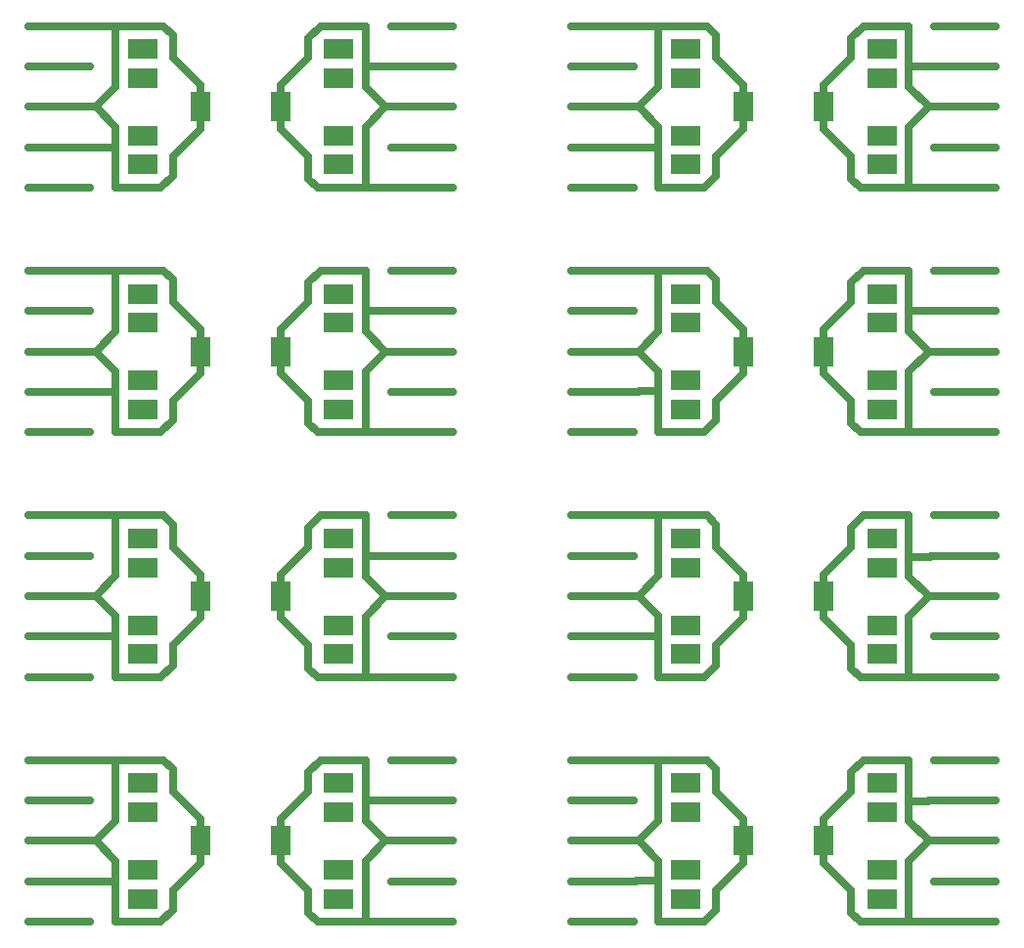
<source format=gbl>
G04 #@! TF.GenerationSoftware,KiCad,Pcbnew,(5.1.0)-1*
G04 #@! TF.CreationDate,2019-07-11T22:38:23-04:00*
G04 #@! TF.ProjectId,input_only,696e7075-745f-46f6-9e6c-792e6b696361,0.1*
G04 #@! TF.SameCoordinates,Original*
G04 #@! TF.FileFunction,Copper,L2,Bot*
G04 #@! TF.FilePolarity,Positive*
%FSLAX46Y46*%
G04 Gerber Fmt 4.6, Leading zero omitted, Abs format (unit mm)*
G04 Created by KiCad (PCBNEW (5.1.0)-1) date 2019-07-11 22:38:23*
%MOMM*%
%LPD*%
G04 APERTURE LIST*
%ADD10R,2.500000X1.800000*%
%ADD11R,1.800000X2.500000*%
%ADD12C,0.609600*%
%ADD13C,0.635000*%
G04 APERTURE END LIST*
D10*
X93050000Y-135004000D03*
X93050000Y-125004000D03*
D11*
X98050000Y-130004000D03*
D10*
X93050000Y-132504000D03*
X93050000Y-127504000D03*
X93050000Y-106304000D03*
X93050000Y-111304000D03*
D11*
X98050000Y-108804000D03*
D10*
X93050000Y-103804000D03*
X93050000Y-113804000D03*
X110050000Y-103804000D03*
X110050000Y-113804000D03*
D11*
X105050000Y-108804000D03*
D10*
X110050000Y-106304000D03*
X110050000Y-111304000D03*
X110050000Y-132504000D03*
X110050000Y-127504000D03*
D11*
X105050000Y-130004000D03*
D10*
X110050000Y-135004000D03*
X110050000Y-125004000D03*
X157050000Y-111304000D03*
X157050000Y-106304000D03*
D11*
X152050000Y-108804000D03*
D10*
X157050000Y-113804000D03*
X157050000Y-103804000D03*
X140050000Y-113804000D03*
X140050000Y-103804000D03*
D11*
X145050000Y-108804000D03*
D10*
X140050000Y-111304000D03*
X140050000Y-106304000D03*
X140050000Y-127504000D03*
X140050000Y-132504000D03*
D11*
X145050000Y-130004000D03*
D10*
X140050000Y-125004000D03*
X140050000Y-135004000D03*
X157050000Y-125004000D03*
X157050000Y-135004000D03*
D11*
X152050000Y-130004000D03*
D10*
X157050000Y-127504000D03*
X157050000Y-132504000D03*
X140050000Y-63904000D03*
X140050000Y-68904000D03*
D11*
X145050000Y-66404000D03*
D10*
X140050000Y-61404000D03*
X140050000Y-71404000D03*
X157050000Y-61404000D03*
X157050000Y-71404000D03*
D11*
X152050000Y-66404000D03*
D10*
X157050000Y-63904000D03*
X157050000Y-68904000D03*
X157050000Y-90104000D03*
X157050000Y-85104000D03*
D11*
X152050000Y-87604000D03*
D10*
X157050000Y-92604000D03*
X157050000Y-82604000D03*
X140050000Y-92604000D03*
X140050000Y-82604000D03*
D11*
X145050000Y-87604000D03*
D10*
X140050000Y-90104000D03*
X140050000Y-85104000D03*
X110050000Y-68904000D03*
X110050000Y-63904000D03*
D11*
X105050000Y-66404000D03*
D10*
X110050000Y-71404000D03*
X110050000Y-61404000D03*
X93050000Y-71404000D03*
X93050000Y-61404000D03*
D11*
X98050000Y-66404000D03*
D10*
X93050000Y-68904000D03*
X93050000Y-63904000D03*
X93050000Y-85104000D03*
X93050000Y-90104000D03*
D11*
X98050000Y-87604000D03*
D10*
X93050000Y-82604000D03*
X93050000Y-92604000D03*
X110050000Y-82604000D03*
X110050000Y-92604000D03*
D11*
X105050000Y-87604000D03*
D10*
X110050000Y-85104000D03*
X110050000Y-90104000D03*
D12*
X114550000Y-80604000D03*
X114550000Y-91104000D03*
X88550000Y-87604000D03*
X114550000Y-94604000D03*
X88550000Y-94604000D03*
X88550000Y-84104000D03*
X114550000Y-84104000D03*
X88550000Y-80604000D03*
X114550000Y-87604000D03*
X88550000Y-91104000D03*
X88550000Y-59404000D03*
X88550000Y-69904000D03*
X88550000Y-73404000D03*
X88550000Y-66404000D03*
X88550000Y-62904000D03*
X114550000Y-73404000D03*
X114550000Y-66404000D03*
X114550000Y-69904000D03*
X114550000Y-62904000D03*
X114550000Y-59404000D03*
X135550000Y-91104000D03*
X161550000Y-84104000D03*
X161550000Y-80604000D03*
X161550000Y-91104000D03*
X161550000Y-94604000D03*
X135550000Y-94604000D03*
X161550000Y-87604000D03*
X135550000Y-87604000D03*
X135550000Y-84104000D03*
X135550000Y-80604000D03*
X135550000Y-66404000D03*
X161550000Y-62904000D03*
X161550000Y-59404000D03*
X135550000Y-73404000D03*
X161550000Y-69904000D03*
X161550000Y-66404000D03*
X135550000Y-62904000D03*
X161550000Y-73404000D03*
X135550000Y-69904000D03*
X135550000Y-59404000D03*
X161550000Y-123004000D03*
X135550000Y-133504000D03*
X161550000Y-137004000D03*
X161550000Y-130004000D03*
X161550000Y-126504000D03*
X161550000Y-133504000D03*
X135550000Y-137004000D03*
X135550000Y-130004000D03*
X135550000Y-126504000D03*
X135550000Y-123004000D03*
X135550000Y-108804000D03*
X135550000Y-115804000D03*
X135550000Y-101804000D03*
X161550000Y-101804000D03*
X161550000Y-112304000D03*
X135550000Y-105304000D03*
X161550000Y-105304000D03*
X161550000Y-108804000D03*
X161550000Y-115804000D03*
X135550000Y-112304000D03*
X88550000Y-130004000D03*
X88550000Y-108804000D03*
X114550000Y-115804000D03*
X114550000Y-123004000D03*
X88550000Y-133504000D03*
X114550000Y-126504000D03*
X88550000Y-112304000D03*
X88550000Y-101804000D03*
X114550000Y-137004000D03*
X88550000Y-126504000D03*
X114550000Y-133504000D03*
X114550000Y-130004000D03*
X88550000Y-137004000D03*
X88550000Y-105304000D03*
X88550000Y-115804000D03*
X114550000Y-112304000D03*
X114550000Y-105304000D03*
X88550000Y-123004000D03*
X114550000Y-108804000D03*
X114550000Y-101804000D03*
D13*
X114118948Y-87604000D02*
X114550000Y-87604000D01*
X95677000Y-91862000D02*
X95677000Y-93573000D01*
X112361000Y-94604000D02*
X112361000Y-89361948D01*
X112391000Y-84190000D02*
X112391000Y-85876052D01*
X107423000Y-83346000D02*
X107423000Y-81635000D01*
X114550000Y-84104000D02*
X112477000Y-84104000D01*
X98050000Y-85719000D02*
X95677000Y-83346000D01*
X112361000Y-89361948D02*
X114118948Y-87604000D01*
X105050000Y-85719000D02*
X107423000Y-83346000D01*
X98050000Y-89489000D02*
X95677000Y-91862000D01*
X88550000Y-80604000D02*
X83150000Y-80604000D01*
X114550000Y-91104000D02*
X119950000Y-91104000D01*
X105050000Y-89489000D02*
X107423000Y-91862000D01*
X112391000Y-85876052D02*
X114118948Y-87604000D01*
X114550000Y-94604000D02*
X119950000Y-94604000D01*
X114550000Y-80604000D02*
X119950000Y-80604000D01*
X105050000Y-87604000D02*
X105050000Y-89489000D01*
X107423000Y-91862000D02*
X107423000Y-93827000D01*
X114550000Y-87604000D02*
X119950000Y-87604000D01*
X108200000Y-94604000D02*
X112361000Y-94604000D01*
X88550000Y-87604000D02*
X83150000Y-87604000D01*
X107423000Y-81635000D02*
X108454000Y-80604000D01*
X107423000Y-93827000D02*
X108200000Y-94604000D01*
X112477000Y-84104000D02*
X112391000Y-84190000D01*
X105050000Y-87604000D02*
X105050000Y-85719000D01*
X108454000Y-80604000D02*
X112391000Y-80604000D01*
X88550000Y-91104000D02*
X83150000Y-91104000D01*
X112391000Y-80604000D02*
X112391000Y-84190000D01*
X88550000Y-94604000D02*
X83150000Y-94604000D01*
X88550000Y-84104000D02*
X83150000Y-84104000D01*
X112361000Y-94604000D02*
X114550000Y-94604000D01*
X114550000Y-84104000D02*
X119950000Y-84104000D01*
X90739000Y-80604000D02*
X88550000Y-80604000D01*
X98050000Y-87604000D02*
X98050000Y-85719000D01*
X95677000Y-81381000D02*
X94900000Y-80604000D01*
X94900000Y-80604000D02*
X90739000Y-80604000D01*
X95677000Y-93573000D02*
X94646000Y-94604000D01*
X90709000Y-91018000D02*
X90709000Y-89331948D01*
X88981052Y-87604000D02*
X88550000Y-87604000D01*
X88550000Y-91104000D02*
X90623000Y-91104000D01*
X95677000Y-83346000D02*
X95677000Y-81381000D01*
X90739000Y-80604000D02*
X90739000Y-85846052D01*
X90739000Y-85846052D02*
X88981052Y-87604000D01*
X94646000Y-94604000D02*
X90709000Y-94604000D01*
X90623000Y-91104000D02*
X90709000Y-91018000D01*
X90709000Y-94604000D02*
X90709000Y-91018000D01*
X98050000Y-87604000D02*
X98050000Y-89489000D01*
X90709000Y-89331948D02*
X88981052Y-87604000D01*
X112391000Y-59404000D02*
X112391000Y-62990000D01*
X107423000Y-72627000D02*
X108200000Y-73404000D01*
X114550000Y-69904000D02*
X119950000Y-69904000D01*
X105050000Y-68289000D02*
X107423000Y-70662000D01*
X112391000Y-64676052D02*
X114118948Y-66404000D01*
X112361000Y-73404000D02*
X114550000Y-73404000D01*
X107423000Y-60435000D02*
X108454000Y-59404000D01*
X112477000Y-62904000D02*
X112391000Y-62990000D01*
X114550000Y-73404000D02*
X119950000Y-73404000D01*
X114550000Y-59404000D02*
X119950000Y-59404000D01*
X114550000Y-66404000D02*
X119950000Y-66404000D01*
X105050000Y-64519000D02*
X107423000Y-62146000D01*
X112361000Y-68161948D02*
X114118948Y-66404000D01*
X105050000Y-66404000D02*
X105050000Y-68289000D01*
X114550000Y-62904000D02*
X119950000Y-62904000D01*
X107423000Y-70662000D02*
X107423000Y-72627000D01*
X108200000Y-73404000D02*
X112361000Y-73404000D01*
X105050000Y-66404000D02*
X105050000Y-64519000D01*
X108454000Y-59404000D02*
X112391000Y-59404000D01*
X88550000Y-69904000D02*
X83150000Y-69904000D01*
X88550000Y-59404000D02*
X83150000Y-59404000D01*
X88550000Y-66404000D02*
X83150000Y-66404000D01*
X88550000Y-73404000D02*
X83150000Y-73404000D01*
X88550000Y-62904000D02*
X83150000Y-62904000D01*
X98050000Y-64519000D02*
X95677000Y-62146000D01*
X98050000Y-68289000D02*
X95677000Y-70662000D01*
X90739000Y-64646052D02*
X88981052Y-66404000D01*
X98050000Y-66404000D02*
X98050000Y-68289000D01*
X95677000Y-62146000D02*
X95677000Y-60181000D01*
X95677000Y-60181000D02*
X94900000Y-59404000D01*
X90709000Y-68131948D02*
X88981052Y-66404000D01*
X90739000Y-59404000D02*
X88550000Y-59404000D01*
X94900000Y-59404000D02*
X90739000Y-59404000D01*
X98050000Y-66404000D02*
X98050000Y-64519000D01*
X95677000Y-72373000D02*
X94646000Y-73404000D01*
X94646000Y-73404000D02*
X90709000Y-73404000D01*
X90623000Y-69904000D02*
X90709000Y-69818000D01*
X90709000Y-73404000D02*
X90709000Y-69818000D01*
X90709000Y-69818000D02*
X90709000Y-68131948D01*
X88981052Y-66404000D02*
X88550000Y-66404000D01*
X88550000Y-69904000D02*
X90623000Y-69904000D01*
X90739000Y-59404000D02*
X90739000Y-64646052D01*
X95677000Y-70662000D02*
X95677000Y-72373000D01*
X107423000Y-62146000D02*
X107423000Y-60435000D01*
X112361000Y-73404000D02*
X112361000Y-68161948D01*
X114550000Y-62904000D02*
X112477000Y-62904000D01*
X114118948Y-66404000D02*
X114550000Y-66404000D01*
X112391000Y-62990000D02*
X112391000Y-64676052D01*
X145050000Y-66404000D02*
X145050000Y-64519000D01*
X142677000Y-70662000D02*
X142677000Y-72373000D01*
X135550000Y-62904000D02*
X130150000Y-62904000D01*
X135550000Y-73404000D02*
X130150000Y-73404000D01*
X145050000Y-68289000D02*
X142677000Y-70662000D01*
X137709000Y-73404000D02*
X137709000Y-69818000D01*
X145050000Y-64519000D02*
X142677000Y-62146000D01*
X145050000Y-66404000D02*
X145050000Y-68289000D01*
X142677000Y-62146000D02*
X142677000Y-60181000D01*
X137709000Y-68131948D02*
X135981052Y-66404000D01*
X141900000Y-59404000D02*
X137739000Y-59404000D01*
X137739000Y-64646052D02*
X135981052Y-66404000D01*
X141646000Y-73404000D02*
X137709000Y-73404000D01*
X142677000Y-72373000D02*
X141646000Y-73404000D01*
X137709000Y-69818000D02*
X137709000Y-68131948D01*
X135550000Y-66404000D02*
X130150000Y-66404000D01*
X135981052Y-66404000D02*
X135550000Y-66404000D01*
X137739000Y-59404000D02*
X137739000Y-64646052D01*
X135550000Y-69904000D02*
X130150000Y-69904000D01*
X142677000Y-60181000D02*
X141900000Y-59404000D01*
X135550000Y-59404000D02*
X130150000Y-59404000D01*
X159391000Y-62990000D02*
X159391000Y-64676052D01*
X154423000Y-62146000D02*
X154423000Y-60435000D01*
X161118948Y-66404000D02*
X161550000Y-66404000D01*
X159361000Y-73404000D02*
X159361000Y-68161948D01*
X154423000Y-70662000D02*
X154423000Y-72627000D01*
X152050000Y-64519000D02*
X154423000Y-62146000D01*
X154423000Y-72627000D02*
X155200000Y-73404000D01*
X161550000Y-66404000D02*
X166950000Y-66404000D01*
X159391000Y-64676052D02*
X161118948Y-66404000D01*
X159391000Y-59404000D02*
X159391000Y-62990000D01*
X161550000Y-69904000D02*
X166950000Y-69904000D01*
X154423000Y-60435000D02*
X155454000Y-59404000D01*
X152050000Y-66404000D02*
X152050000Y-68289000D01*
X152050000Y-68289000D02*
X154423000Y-70662000D01*
X161550000Y-73404000D02*
X166950000Y-73404000D01*
X161550000Y-59404000D02*
X166950000Y-59404000D01*
X159361000Y-68161948D02*
X161118948Y-66404000D01*
X161550000Y-62904000D02*
X166950000Y-62904000D01*
X155200000Y-73404000D02*
X159361000Y-73404000D01*
X155454000Y-59404000D02*
X159391000Y-59404000D01*
X152050000Y-66404000D02*
X152050000Y-64519000D01*
X154423000Y-83346000D02*
X154423000Y-81635000D01*
X161550000Y-94604000D02*
X166950000Y-94604000D01*
X152050000Y-87604000D02*
X152050000Y-89489000D01*
X159361000Y-89361948D02*
X161118948Y-87604000D01*
X154423000Y-91862000D02*
X154423000Y-93827000D01*
X161550000Y-91104000D02*
X166950000Y-91104000D01*
X161550000Y-87604000D02*
X166950000Y-87604000D01*
X135550000Y-80604000D02*
X130150000Y-80604000D01*
X159391000Y-84190000D02*
X159391000Y-85876052D01*
X152050000Y-85719000D02*
X154423000Y-83346000D01*
X142677000Y-91862000D02*
X142677000Y-93573000D01*
X145050000Y-85719000D02*
X142677000Y-83346000D01*
X145050000Y-89489000D02*
X142677000Y-91862000D01*
X152050000Y-89489000D02*
X154423000Y-91862000D01*
X159361000Y-94604000D02*
X159361000Y-89361948D01*
X159391000Y-85876052D02*
X161118948Y-87604000D01*
X161550000Y-80604000D02*
X166950000Y-80604000D01*
X161118948Y-87604000D02*
X161550000Y-87604000D01*
X155200000Y-94604000D02*
X159361000Y-94604000D01*
X135550000Y-87604000D02*
X130150000Y-87604000D01*
X154423000Y-81635000D02*
X155454000Y-80604000D01*
X159391000Y-80604000D02*
X159391000Y-84190000D01*
X137739000Y-85846052D02*
X135981052Y-87604000D01*
X137709000Y-89331948D02*
X135981052Y-87604000D01*
X135550000Y-91104000D02*
X130150000Y-91104000D01*
X161550000Y-84104000D02*
X166950000Y-84104000D01*
X142677000Y-81381000D02*
X141900000Y-80604000D01*
X137739000Y-80604000D02*
X137739000Y-85846052D01*
X155454000Y-80604000D02*
X159391000Y-80604000D01*
X142677000Y-93573000D02*
X141646000Y-94604000D01*
X135550000Y-94604000D02*
X130150000Y-94604000D01*
X137709000Y-91018000D02*
X137709000Y-89331948D01*
X142677000Y-83346000D02*
X142677000Y-81381000D01*
X137709000Y-94604000D02*
X137709000Y-91018000D01*
X141646000Y-94604000D02*
X137709000Y-94604000D01*
X145050000Y-87604000D02*
X145050000Y-89489000D01*
X152050000Y-87604000D02*
X152050000Y-85719000D01*
X135550000Y-84104000D02*
X130150000Y-84104000D01*
X145050000Y-87604000D02*
X145050000Y-85719000D01*
X154423000Y-93827000D02*
X155200000Y-94604000D01*
X135981052Y-87604000D02*
X135550000Y-87604000D01*
X141900000Y-80604000D02*
X137739000Y-80604000D01*
X154423000Y-115027000D02*
X155200000Y-115804000D01*
X135550000Y-101804000D02*
X130150000Y-101804000D01*
X152050000Y-110689000D02*
X154423000Y-113062000D01*
X152050000Y-106919000D02*
X154423000Y-104546000D01*
X145050000Y-106919000D02*
X142677000Y-104546000D01*
X137739000Y-107046052D02*
X135981052Y-108804000D01*
X142677000Y-113062000D02*
X142677000Y-114773000D01*
X135550000Y-108804000D02*
X130150000Y-108804000D01*
X137709000Y-112218000D02*
X137709000Y-110531948D01*
X142677000Y-102581000D02*
X141900000Y-101804000D01*
X145050000Y-108804000D02*
X145050000Y-110689000D01*
X137709000Y-110531948D02*
X135981052Y-108804000D01*
X142677000Y-114773000D02*
X141646000Y-115804000D01*
X154423000Y-104546000D02*
X154423000Y-102835000D01*
X135550000Y-105304000D02*
X130150000Y-105304000D01*
X135550000Y-112304000D02*
X130150000Y-112304000D01*
X154423000Y-113062000D02*
X154423000Y-115027000D01*
X161550000Y-108804000D02*
X166950000Y-108804000D01*
X135981052Y-108804000D02*
X135550000Y-108804000D01*
X145050000Y-108804000D02*
X145050000Y-106919000D01*
X141900000Y-101804000D02*
X137739000Y-101804000D01*
X159391000Y-105390000D02*
X159391000Y-107076052D01*
X137709000Y-115804000D02*
X137709000Y-112218000D01*
X142677000Y-104546000D02*
X142677000Y-102581000D01*
X159361000Y-115804000D02*
X159361000Y-110561948D01*
X161550000Y-112304000D02*
X166950000Y-112304000D01*
X141646000Y-115804000D02*
X137709000Y-115804000D01*
X152050000Y-108804000D02*
X152050000Y-110689000D01*
X159391000Y-101804000D02*
X159391000Y-105390000D01*
X154423000Y-102835000D02*
X155454000Y-101804000D01*
X159391000Y-107076052D02*
X161118948Y-108804000D01*
X137739000Y-101804000D02*
X137739000Y-107046052D01*
X145050000Y-110689000D02*
X142677000Y-113062000D01*
X161118948Y-108804000D02*
X161550000Y-108804000D01*
X135550000Y-115804000D02*
X130150000Y-115804000D01*
X159361000Y-131761948D02*
X161118948Y-130004000D01*
X161550000Y-137004000D02*
X166950000Y-137004000D01*
X155454000Y-101804000D02*
X159391000Y-101804000D01*
X161550000Y-101804000D02*
X166950000Y-101804000D01*
X161550000Y-115804000D02*
X166950000Y-115804000D01*
X161550000Y-105304000D02*
X166950000Y-105304000D01*
X159361000Y-110561948D02*
X161118948Y-108804000D01*
X155200000Y-115804000D02*
X159361000Y-115804000D01*
X152050000Y-108804000D02*
X152050000Y-106919000D01*
X154423000Y-125746000D02*
X154423000Y-124035000D01*
X152050000Y-130004000D02*
X152050000Y-131889000D01*
X154423000Y-136227000D02*
X155200000Y-137004000D01*
X141900000Y-123004000D02*
X137739000Y-123004000D01*
X141646000Y-137004000D02*
X137709000Y-137004000D01*
X145050000Y-130004000D02*
X145050000Y-128119000D01*
X135550000Y-126504000D02*
X130150000Y-126504000D01*
X145050000Y-130004000D02*
X145050000Y-131889000D01*
X135981052Y-130004000D02*
X135550000Y-130004000D01*
X152050000Y-130004000D02*
X152050000Y-128119000D01*
X159391000Y-126590000D02*
X159391000Y-128276052D01*
X161550000Y-130004000D02*
X166950000Y-130004000D01*
X152050000Y-131889000D02*
X154423000Y-134262000D01*
X145050000Y-128119000D02*
X142677000Y-125746000D01*
X159391000Y-128276052D02*
X161118948Y-130004000D01*
X135550000Y-130004000D02*
X130150000Y-130004000D01*
X154423000Y-134262000D02*
X154423000Y-136227000D01*
X154423000Y-124035000D02*
X155454000Y-123004000D01*
X152050000Y-128119000D02*
X154423000Y-125746000D01*
X161550000Y-133504000D02*
X166950000Y-133504000D01*
X161550000Y-123004000D02*
X166950000Y-123004000D01*
X142677000Y-134262000D02*
X142677000Y-135973000D01*
X135550000Y-123004000D02*
X130150000Y-123004000D01*
X155200000Y-137004000D02*
X159361000Y-137004000D01*
X161118948Y-130004000D02*
X161550000Y-130004000D01*
X159361000Y-137004000D02*
X159361000Y-131761948D01*
X145050000Y-131889000D02*
X142677000Y-134262000D01*
X135550000Y-133504000D02*
X130150000Y-133504000D01*
X159391000Y-123004000D02*
X159391000Y-126590000D01*
X137709000Y-131731948D02*
X135981052Y-130004000D01*
X137739000Y-128246052D02*
X135981052Y-130004000D01*
X142677000Y-123781000D02*
X141900000Y-123004000D01*
X142677000Y-135973000D02*
X141646000Y-137004000D01*
X135550000Y-137004000D02*
X130150000Y-137004000D01*
X155454000Y-123004000D02*
X159391000Y-123004000D01*
X137709000Y-133418000D02*
X137709000Y-131731948D01*
X137709000Y-137004000D02*
X137709000Y-133418000D01*
X137739000Y-123004000D02*
X137739000Y-128246052D01*
X142677000Y-125746000D02*
X142677000Y-123781000D01*
X161550000Y-126504000D02*
X166950000Y-126504000D01*
X88550000Y-112304000D02*
X90623000Y-112304000D01*
X98050000Y-108804000D02*
X98050000Y-110689000D01*
X90739000Y-107046052D02*
X88981052Y-108804000D01*
X107423000Y-104546000D02*
X107423000Y-102835000D01*
X95677000Y-102581000D02*
X94900000Y-101804000D01*
X90709000Y-112218000D02*
X90709000Y-110531948D01*
X98050000Y-110689000D02*
X95677000Y-113062000D01*
X95677000Y-104546000D02*
X95677000Y-102581000D01*
X94900000Y-101804000D02*
X90739000Y-101804000D01*
X90709000Y-115804000D02*
X90709000Y-112218000D01*
X95677000Y-113062000D02*
X95677000Y-114773000D01*
X114550000Y-105304000D02*
X112477000Y-105304000D01*
X88981052Y-108804000D02*
X88550000Y-108804000D01*
X90623000Y-112304000D02*
X90709000Y-112218000D01*
X90739000Y-101804000D02*
X90739000Y-107046052D01*
X90709000Y-110531948D02*
X88981052Y-108804000D01*
X95677000Y-114773000D02*
X94646000Y-115804000D01*
X90739000Y-101804000D02*
X88550000Y-101804000D01*
X112361000Y-115804000D02*
X112361000Y-110561948D01*
X98050000Y-108804000D02*
X98050000Y-106919000D01*
X98050000Y-106919000D02*
X95677000Y-104546000D01*
X114118948Y-108804000D02*
X114550000Y-108804000D01*
X94646000Y-115804000D02*
X90709000Y-115804000D01*
X112391000Y-105390000D02*
X112391000Y-107076052D01*
X88550000Y-108804000D02*
X83150000Y-108804000D01*
X112361000Y-115804000D02*
X114550000Y-115804000D01*
X88550000Y-115804000D02*
X83150000Y-115804000D01*
X88550000Y-105304000D02*
X83150000Y-105304000D01*
X88550000Y-101804000D02*
X83150000Y-101804000D01*
X105050000Y-108804000D02*
X105050000Y-106919000D01*
X108454000Y-101804000D02*
X112391000Y-101804000D01*
X114550000Y-105304000D02*
X119950000Y-105304000D01*
X114550000Y-108804000D02*
X119950000Y-108804000D01*
X112391000Y-107076052D02*
X114118948Y-108804000D01*
X105050000Y-110689000D02*
X107423000Y-113062000D01*
X112477000Y-105304000D02*
X112391000Y-105390000D01*
X112361000Y-110561948D02*
X114118948Y-108804000D01*
X105050000Y-108804000D02*
X105050000Y-110689000D01*
X105050000Y-106919000D02*
X107423000Y-104546000D01*
X114550000Y-112304000D02*
X119950000Y-112304000D01*
X107423000Y-113062000D02*
X107423000Y-115027000D01*
X107423000Y-115027000D02*
X108200000Y-115804000D01*
X114550000Y-115804000D02*
X119950000Y-115804000D01*
X114550000Y-101804000D02*
X119950000Y-101804000D01*
X108200000Y-115804000D02*
X112361000Y-115804000D01*
X88550000Y-112304000D02*
X83150000Y-112304000D01*
X112391000Y-101804000D02*
X112391000Y-105390000D01*
X107423000Y-102835000D02*
X108454000Y-101804000D01*
X90623000Y-133504000D02*
X90709000Y-133418000D01*
X94900000Y-123004000D02*
X90739000Y-123004000D01*
X98050000Y-130004000D02*
X98050000Y-131889000D01*
X114550000Y-126504000D02*
X119950000Y-126504000D01*
X90709000Y-131731948D02*
X88981052Y-130004000D01*
X90709000Y-133418000D02*
X90709000Y-131731948D01*
X95677000Y-123781000D02*
X94900000Y-123004000D01*
X95677000Y-135973000D02*
X94646000Y-137004000D01*
X90739000Y-123004000D02*
X88550000Y-123004000D01*
X90739000Y-128246052D02*
X88981052Y-130004000D01*
X98050000Y-130004000D02*
X98050000Y-128119000D01*
X88981052Y-130004000D02*
X88550000Y-130004000D01*
X88550000Y-133504000D02*
X90623000Y-133504000D01*
X90709000Y-137004000D02*
X90709000Y-133418000D01*
X95677000Y-125746000D02*
X95677000Y-123781000D01*
X94646000Y-137004000D02*
X90709000Y-137004000D01*
X90739000Y-123004000D02*
X90739000Y-128246052D01*
X112361000Y-137004000D02*
X114550000Y-137004000D01*
X98050000Y-131889000D02*
X95677000Y-134262000D01*
X112477000Y-126504000D02*
X112391000Y-126590000D01*
X112391000Y-123004000D02*
X112391000Y-126590000D01*
X108454000Y-123004000D02*
X112391000Y-123004000D01*
X88550000Y-123004000D02*
X83150000Y-123004000D01*
X114550000Y-137004000D02*
X119950000Y-137004000D01*
X114550000Y-123004000D02*
X119950000Y-123004000D01*
X114550000Y-133504000D02*
X119950000Y-133504000D01*
X88550000Y-130004000D02*
X83150000Y-130004000D01*
X105050000Y-130004000D02*
X105050000Y-128119000D01*
X107423000Y-134262000D02*
X107423000Y-136227000D01*
X88550000Y-133504000D02*
X83150000Y-133504000D01*
X88550000Y-137004000D02*
X83150000Y-137004000D01*
X112391000Y-128276052D02*
X114118948Y-130004000D01*
X114550000Y-130004000D02*
X119950000Y-130004000D01*
X107423000Y-124035000D02*
X108454000Y-123004000D01*
X108200000Y-137004000D02*
X112361000Y-137004000D01*
X105050000Y-131889000D02*
X107423000Y-134262000D01*
X107423000Y-136227000D02*
X108200000Y-137004000D01*
X105050000Y-130004000D02*
X105050000Y-131889000D01*
X88550000Y-126504000D02*
X83150000Y-126504000D01*
X107423000Y-125746000D02*
X107423000Y-124035000D01*
X105050000Y-128119000D02*
X107423000Y-125746000D01*
X95677000Y-134262000D02*
X95677000Y-135973000D01*
X112361000Y-131761948D02*
X114118948Y-130004000D01*
X114118948Y-130004000D02*
X114550000Y-130004000D01*
X98050000Y-128119000D02*
X95677000Y-125746000D01*
X112361000Y-137004000D02*
X112361000Y-131761948D01*
X112391000Y-126590000D02*
X112391000Y-128276052D01*
X114550000Y-126504000D02*
X112477000Y-126504000D01*
X137739000Y-59404000D02*
X135550000Y-59404000D01*
X137623000Y-69904000D02*
X137709000Y-69818000D01*
X135550000Y-69904000D02*
X137623000Y-69904000D01*
X159477000Y-62904000D02*
X161550000Y-62904000D01*
X159391000Y-62990000D02*
X159477000Y-62904000D01*
X159361000Y-73404000D02*
X161550000Y-73404000D01*
X159361000Y-94604000D02*
X161550000Y-94604000D01*
X159477000Y-84104000D02*
X161550000Y-84104000D01*
X159391000Y-84190000D02*
X159477000Y-84104000D01*
X135981052Y-80604000D02*
X137739000Y-80604000D01*
X135550000Y-80604000D02*
X135981052Y-80604000D01*
X136067052Y-91018000D02*
X137709000Y-91018000D01*
X135981052Y-91104000D02*
X136067052Y-91018000D01*
X135550000Y-91104000D02*
X135981052Y-91104000D01*
X161118948Y-115804000D02*
X159361000Y-115804000D01*
X161550000Y-115804000D02*
X161118948Y-115804000D01*
X161257460Y-105390000D02*
X159391000Y-105390000D01*
X161343460Y-105304000D02*
X161257460Y-105390000D01*
X161550000Y-105304000D02*
X161343460Y-105304000D01*
X135550000Y-101804000D02*
X137739000Y-101804000D01*
X137623000Y-112304000D02*
X137709000Y-112218000D01*
X135550000Y-112304000D02*
X137623000Y-112304000D01*
X161118948Y-137004000D02*
X159361000Y-137004000D01*
X161550000Y-137004000D02*
X161118948Y-137004000D01*
X161032948Y-126590000D02*
X159391000Y-126590000D01*
X161118948Y-126504000D02*
X161032948Y-126590000D01*
X161550000Y-126504000D02*
X161118948Y-126504000D01*
X135550000Y-123004000D02*
X137739000Y-123004000D01*
X135842540Y-133418000D02*
X137709000Y-133418000D01*
X135756540Y-133504000D02*
X135842540Y-133418000D01*
X135550000Y-133504000D02*
X135756540Y-133504000D01*
M02*

</source>
